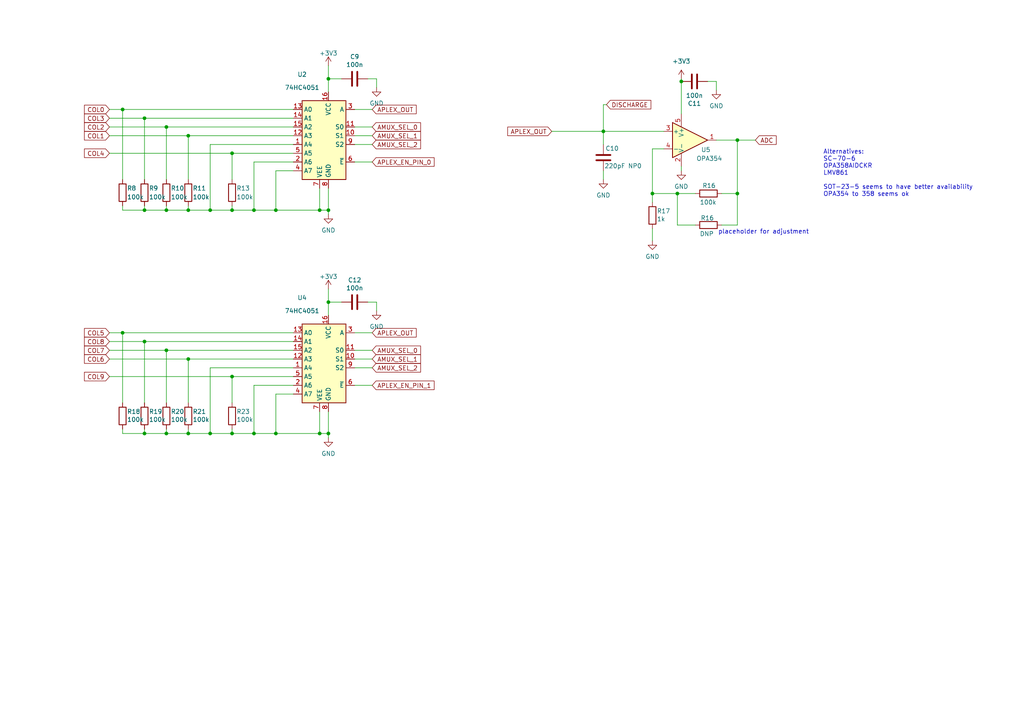
<source format=kicad_sch>
(kicad_sch (version 20230121) (generator eeschema)
  (paper "A4")
  (lib_symbols
    (symbol "74xx:74HC4051"
      (property "Reference" "U" (at -5.08 11.43 0))
      (property "Value" "74HC4051" (at -7.62 -13.97 0))
      (symbol "74HC4051_0_1"
        (rectangle (start -5.08 10.16) (end 7.62 -12.7) (stroke (width 0.254)) (fill (type background)))
      )
      (symbol "74HC4051_1_1"
        (pin passive line (at 10.16 -2.54 180) (length 2.54) (name "A4") (number "1"))
        (pin input line (at -7.62 0 0) (length 2.54) (name "S1") (number "10"))
        (pin input line (at -7.62 2.54 0) (length 2.54) (name "S0") (number "11"))
        (pin passive line (at 10.16 0 180) (length 2.54) (name "A3") (number "12"))
        (pin passive line (at 10.16 7.62 180) (length 2.54) (name "A0") (number "13"))
        (pin passive line (at 10.16 5.08 180) (length 2.54) (name "A1") (number "14"))
        (pin passive line (at 10.16 2.54 180) (length 2.54) (name "A2") (number "15"))
        (pin power_in line (at 0 12.7 270) (length 2.54) (name "VCC") (number "16"))
        (pin passive line (at 10.16 -7.62 180) (length 2.54) (name "A6") (number "2"))
        (pin passive line (at -7.62 7.62 0) (length 2.54) (name "A") (number "3"))
        (pin passive line (at 10.16 -10.16 180) (length 2.54) (name "A7") (number "4"))
        (pin passive line (at 10.16 -5.08 180) (length 2.54) (name "A5") (number "5"))
        (pin input line (at -7.62 -7.62 0) (length 2.54) (name "~{E}") (number "6"))
        (pin power_in line (at 2.54 -15.24 90) (length 2.54) (name "VEE") (number "7"))
        (pin power_in line (at 0 -15.24 90) (length 2.54) (name "GND") (number "8"))
        (pin input line (at -7.62 -2.54 0) (length 2.54) (name "S2") (number "9"))
      )
    )
    (symbol "Amplifier_Operational:OPA340NA" (pin_names (offset 0.127))
      (property "Reference" "U" (at -1.27 6.35 0))
      (property "Value" "OPA340NA" (at -1.27 3.81 0))
      (symbol "OPA340NA_0_1"
        (polyline (pts (xy -5.08 5.08) (xy 5.08 0) (xy -5.08 -5.08) (xy -5.08 5.08)) (stroke (width 0.254)) (fill (type background)))
        (pin power_in line (at -2.54 -7.62 90) (length 3.81) (name "V-") (number "2"))
        (pin power_in line (at -2.54 7.62 270) (length 3.81) (name "V+") (number "5"))
      )
      (symbol "OPA340NA_1_1"
        (pin output line (at 7.62 0 180) (length 2.54) (name "~") (number "1"))
        (pin input line (at -7.62 2.54 0) (length 2.54) (name "+") (number "3"))
        (pin input line (at -7.62 -2.54 0) (length 2.54) (name "-") (number "4"))
      )
    )
    (symbol "Device:C" (pin_numbers hide) (pin_names (offset 0.254))
      (property "Reference" "C" (at 0.635 2.54 0))
      (property "Value" "C" (at 0.635 -2.54 0))
      (symbol "C_0_1"
        (polyline (pts (xy -2.032 -0.762) (xy 2.032 -0.762)) (stroke (width 0.508)))
        (polyline (pts (xy -2.032 0.762) (xy 2.032 0.762)) (stroke (width 0.508)))
      )
      (symbol "C_1_1"
        (pin passive line (at 0 3.81 270) (length 2.794) (name "~") (number "1"))
        (pin passive line (at 0 -3.81 90) (length 2.794) (name "~") (number "2"))
      )
    )
    (symbol "Device:R" (pin_numbers hide) (pin_names (offset 0))
      (property "Reference" "R" (at 2.032 0 90))
      (property "Value" "R" (at 0 0 90))
      (symbol "R_0_1"
        (rectangle (start -1.016 -2.54) (end 1.016 2.54) (stroke (width 0.254)))
      )
      (symbol "R_1_1"
        (pin passive line (at 0 3.81 270) (length 1.27) (name "~") (number "1"))
        (pin passive line (at 0 -3.81 90) (length 1.27) (name "~") (number "2"))
      )
    )
    (symbol "power:+3.3V" (power) (pin_names (offset 0))
      (property "Value" "+3.3V" (at 0 3.556 0))
      (symbol "+3.3V_0_1"
        (polyline (pts (xy -0.762 1.27) (xy 0 2.54)))
        (polyline (pts (xy 0 0) (xy 0 2.54)))
        (polyline (pts (xy 0 2.54) (xy 0.762 1.27)))
      )
      (symbol "+3.3V_1_1"
        (pin power_in line (at 0 0 90) (length 0) hide (name "+3V3") (number "1"))
      )
    )
    (symbol "power:GND" (power) (pin_names (offset 0))
      (property "Value" "GND" (at 0 -3.81 0))
      (symbol "GND_0_1"
        (polyline (pts (xy 0 0) (xy 0 -1.27) (xy 1.27 -1.27) (xy 0 -2.54) (xy -1.27 -1.27) (xy 0 -1.27)))
      )
      (symbol "GND_1_1"
        (pin power_in line (at 0 0 270) (length 0) hide (name "GND") (number "1"))
      )
    )
  )
  (junction (at 41.91 34.29))
  (junction (at 60.96 125.73))
  (junction (at 213.868 56.134))
  (junction (at 54.61 60.96))
  (junction (at 92.71 60.96))
  (junction (at 95.25 22.86))
  (junction (at 95.25 60.96))
  (junction (at 35.56 31.75))
  (junction (at 80.01 125.73))
  (junction (at 95.25 125.73))
  (junction (at 41.91 60.96))
  (junction (at 213.868 40.64))
  (junction (at 73.66 125.73))
  (junction (at 67.31 44.45))
  (junction (at 54.61 104.14))
  (junction (at 48.26 125.73))
  (junction (at 41.91 99.06))
  (junction (at 80.01 60.96))
  (junction (at 95.25 87.63))
  (junction (at 196.469 56.134))
  (junction (at 175.006 38.1))
  (junction (at 67.31 125.73))
  (junction (at 48.26 101.6))
  (junction (at 189.23 56.134))
  (junction (at 41.91 125.73))
  (junction (at 54.61 39.37))
  (junction (at 92.71 125.73))
  (junction (at 48.26 36.83))
  (junction (at 48.26 60.96))
  (junction (at 35.56 96.52))
  (junction (at 67.31 60.96))
  (junction (at 54.61 125.73))
  (junction (at 67.31 109.22))
  (junction (at 197.612 23.622))
  (junction (at 73.66 60.96))
  (junction (at 60.96 60.96))
  (wire (pts (xy 99.06 87.63) (xy 95.25 87.63)))
  (wire (pts (xy 95.25 87.63) (xy 95.25 91.44)))
  (wire (pts (xy 175.006 30.353) (xy 175.895 30.353)))
  (wire (pts (xy 92.71 60.96) (xy 95.25 60.96)))
  (wire (pts (xy 189.23 43.18) (xy 192.532 43.18)))
  (wire (pts (xy 197.612 22.86) (xy 197.612 23.622)))
  (wire (pts (xy 73.66 125.73) (xy 80.01 125.73)))
  (wire (pts (xy 54.61 59.69) (xy 54.61 60.96)))
  (wire (pts (xy 92.71 54.61) (xy 92.71 60.96)))
  (wire (pts (xy 41.91 124.46) (xy 41.91 125.73)))
  (wire (pts (xy 209.296 56.134) (xy 213.868 56.134)))
  (wire (pts (xy 106.68 22.86) (xy 109.22 22.86)))
  (wire (pts (xy 175.006 49.53) (xy 175.006 52.07)))
  (wire (pts (xy 80.01 125.73) (xy 92.71 125.73)))
  (wire (pts (xy 107.95 111.76) (xy 102.87 111.76)))
  (wire (pts (xy 102.87 104.14) (xy 107.95 104.14)))
  (wire (pts (xy 41.91 59.69) (xy 41.91 60.96)))
  (wire (pts (xy 85.09 49.53) (xy 80.01 49.53)))
  (wire (pts (xy 107.95 46.99) (xy 102.87 46.99)))
  (wire (pts (xy 209.296 65.278) (xy 213.868 65.278)))
  (wire (pts (xy 99.06 22.86) (xy 95.25 22.86)))
  (wire (pts (xy 48.26 59.69) (xy 48.26 60.96)))
  (wire (pts (xy 73.66 111.76) (xy 73.66 125.73)))
  (wire (pts (xy 41.91 116.84) (xy 41.91 99.06)))
  (wire (pts (xy 102.87 41.91) (xy 107.95 41.91)))
  (wire (pts (xy 35.56 31.75) (xy 85.09 31.75)))
  (wire (pts (xy 95.25 19.05) (xy 95.25 22.86)))
  (wire (pts (xy 48.26 101.6) (xy 31.75 101.6)))
  (wire (pts (xy 196.469 65.278) (xy 201.676 65.278)))
  (wire (pts (xy 85.09 41.91) (xy 60.96 41.91)))
  (wire (pts (xy 102.87 101.6) (xy 107.95 101.6)))
  (wire (pts (xy 85.09 104.14) (xy 54.61 104.14)))
  (wire (pts (xy 85.09 36.83) (xy 48.26 36.83)))
  (wire (pts (xy 48.26 60.96) (xy 54.61 60.96)))
  (wire (pts (xy 54.61 124.46) (xy 54.61 125.73)))
  (wire (pts (xy 175.006 38.1) (xy 175.006 41.91)))
  (wire (pts (xy 60.96 60.96) (xy 67.31 60.96)))
  (wire (pts (xy 95.25 62.23) (xy 95.25 60.96)))
  (wire (pts (xy 35.56 96.52) (xy 85.09 96.52)))
  (wire (pts (xy 109.22 22.86) (xy 109.22 25.4)))
  (wire (pts (xy 41.91 34.29) (xy 31.75 34.29)))
  (wire (pts (xy 197.612 23.622) (xy 197.612 33.02)))
  (wire (pts (xy 54.61 39.37) (xy 54.61 52.07)))
  (wire (pts (xy 35.56 116.84) (xy 35.56 96.52)))
  (wire (pts (xy 67.31 109.22) (xy 31.75 109.22)))
  (wire (pts (xy 54.61 104.14) (xy 54.61 116.84)))
  (wire (pts (xy 35.56 59.69) (xy 35.56 60.96)))
  (wire (pts (xy 92.71 119.38) (xy 92.71 125.73)))
  (wire (pts (xy 41.91 125.73) (xy 48.26 125.73)))
  (wire (pts (xy 95.25 127) (xy 95.25 125.73)))
  (wire (pts (xy 60.96 41.91) (xy 60.96 60.96)))
  (wire (pts (xy 73.66 111.76) (xy 85.09 111.76)))
  (wire (pts (xy 54.61 125.73) (xy 60.96 125.73)))
  (wire (pts (xy 48.26 116.84) (xy 48.26 101.6)))
  (wire (pts (xy 92.71 125.73) (xy 95.25 125.73)))
  (wire (pts (xy 35.56 52.07) (xy 35.56 31.75)))
  (wire (pts (xy 95.25 119.38) (xy 95.25 125.73)))
  (wire (pts (xy 207.772 23.622) (xy 207.772 26.162)))
  (wire (pts (xy 67.31 125.73) (xy 73.66 125.73)))
  (wire (pts (xy 31.75 96.52) (xy 35.56 96.52)))
  (wire (pts (xy 73.66 46.99) (xy 85.09 46.99)))
  (wire (pts (xy 102.87 36.83) (xy 107.95 36.83)))
  (wire (pts (xy 107.95 96.52) (xy 102.87 96.52)))
  (wire (pts (xy 95.25 54.61) (xy 95.25 60.96)))
  (wire (pts (xy 213.868 40.64) (xy 207.772 40.64)))
  (wire (pts (xy 73.66 46.99) (xy 73.66 60.96)))
  (wire (pts (xy 109.22 87.63) (xy 109.22 90.17)))
  (wire (pts (xy 189.23 66.294) (xy 189.23 69.85)))
  (wire (pts (xy 85.09 39.37) (xy 54.61 39.37)))
  (wire (pts (xy 60.96 106.68) (xy 60.96 125.73)))
  (wire (pts (xy 95.25 83.82) (xy 95.25 87.63)))
  (wire (pts (xy 85.09 34.29) (xy 41.91 34.29)))
  (wire (pts (xy 48.26 124.46) (xy 48.26 125.73)))
  (wire (pts (xy 41.91 60.96) (xy 48.26 60.96)))
  (wire (pts (xy 67.31 44.45) (xy 31.75 44.45)))
  (wire (pts (xy 31.75 31.75) (xy 35.56 31.75)))
  (wire (pts (xy 106.68 87.63) (xy 109.22 87.63)))
  (wire (pts (xy 48.26 125.73) (xy 54.61 125.73)))
  (wire (pts (xy 54.61 60.96) (xy 60.96 60.96)))
  (wire (pts (xy 85.09 44.45) (xy 67.31 44.45)))
  (wire (pts (xy 67.31 60.96) (xy 73.66 60.96)))
  (wire (pts (xy 60.96 125.73) (xy 67.31 125.73)))
  (wire (pts (xy 35.56 60.96) (xy 41.91 60.96)))
  (wire (pts (xy 73.66 60.96) (xy 80.01 60.96)))
  (wire (pts (xy 41.91 99.06) (xy 31.75 99.06)))
  (wire (pts (xy 85.09 109.22) (xy 67.31 109.22)))
  (wire (pts (xy 35.56 124.46) (xy 35.56 125.73)))
  (wire (pts (xy 85.09 114.3) (xy 80.01 114.3)))
  (wire (pts (xy 107.95 31.75) (xy 102.87 31.75)))
  (wire (pts (xy 95.25 22.86) (xy 95.25 26.67)))
  (wire (pts (xy 48.26 36.83) (xy 31.75 36.83)))
  (wire (pts (xy 197.612 48.26) (xy 197.612 49.53)))
  (wire (pts (xy 213.868 40.64) (xy 213.868 56.134)))
  (wire (pts (xy 67.31 59.69) (xy 67.31 60.96)))
  (wire (pts (xy 54.61 104.14) (xy 31.75 104.14)))
  (wire (pts (xy 67.31 124.46) (xy 67.31 125.73)))
  (wire (pts (xy 196.469 56.134) (xy 201.676 56.134)))
  (wire (pts (xy 189.23 43.18) (xy 189.23 56.134)))
  (wire (pts (xy 85.09 101.6) (xy 48.26 101.6)))
  (wire (pts (xy 67.31 52.07) (xy 67.31 44.45)))
  (wire (pts (xy 80.01 49.53) (xy 80.01 60.96)))
  (wire (pts (xy 67.31 116.84) (xy 67.31 109.22)))
  (wire (pts (xy 35.56 125.73) (xy 41.91 125.73)))
  (wire (pts (xy 80.01 114.3) (xy 80.01 125.73)))
  (wire (pts (xy 85.09 106.68) (xy 60.96 106.68)))
  (wire (pts (xy 213.868 40.64) (xy 219.075 40.64)))
  (wire (pts (xy 80.01 60.96) (xy 92.71 60.96)))
  (wire (pts (xy 41.91 52.07) (xy 41.91 34.29)))
  (wire (pts (xy 102.87 106.68) (xy 107.95 106.68)))
  (wire (pts (xy 196.469 65.278) (xy 196.469 56.134)))
  (wire (pts (xy 160.02 38.1) (xy 175.006 38.1)))
  (wire (pts (xy 48.26 52.07) (xy 48.26 36.83)))
  (wire (pts (xy 175.006 38.1) (xy 192.532 38.1)))
  (wire (pts (xy 102.87 39.37) (xy 107.95 39.37)))
  (wire (pts (xy 175.006 30.353) (xy 175.006 38.1)))
  (wire (pts (xy 54.61 39.37) (xy 31.75 39.37)))
  (wire (pts (xy 189.23 56.134) (xy 189.23 58.674)))
  (wire (pts (xy 213.868 65.278) (xy 213.868 56.134)))
  (wire (pts (xy 85.09 99.06) (xy 41.91 99.06)))
  (wire (pts (xy 189.23 56.134) (xy 196.469 56.134)))
  (wire (pts (xy 205.232 23.622) (xy 207.772 23.622)))
  (text "placeholder for adjustment" (at 208.28 68.072 0) (effects (font (size 1.27 1.27)) (justify left bottom)))
  (text "Alternatives:\nSC-70-6  \nOPA358AIDCKR\nLMV861\n\nSOT-23-5 seems to have better availability\nOPA354 to 358 seems ok\n" (at 238.76 57.15 0) (effects (font (size 1.27 1.27)) (justify left bottom)))
  (global_label "DISCHARGE" (shape input) (at 175.895 30.353 0) (property "Intersheetrefs" "${INTERSHEET_REFS}" (effects hide)))
  (global_label "APLEX_EN_PIN_0" (shape input) (at 107.95 46.99 0) (property "Intersheetrefs" "${INTERSHEET_REFS}" (effects hide)))
  (global_label "COL7" (shape input) (at 31.75 101.6 180) (property "Intersheetrefs" "${INTERSHEET_REFS}" (effects hide)))
  (global_label "COL8" (shape input) (at 31.75 99.06 180) (property "Intersheetrefs" "${INTERSHEET_REFS}" (effects hide)))
  (global_label "COL3" (shape input) (at 31.75 34.29 180) (property "Intersheetrefs" "${INTERSHEET_REFS}" (effects hide)))
  (global_label "AMUX_SEL_1" (shape input) (at 107.95 104.14 0) (property "Intersheetrefs" "${INTERSHEET_REFS}" (effects hide)))
  (global_label "AMUX_SEL_2" (shape input) (at 107.95 41.91 0) (property "Intersheetrefs" "${INTERSHEET_REFS}" (effects hide)))
  (global_label "AMUX_SEL_0" (shape input) (at 107.95 36.83 0) (property "Intersheetrefs" "${INTERSHEET_REFS}" (effects hide)))
  (global_label "AMUX_SEL_1" (shape input) (at 107.95 39.37 0) (property "Intersheetrefs" "${INTERSHEET_REFS}" (effects hide)))
  (global_label "COL5" (shape input) (at 31.75 96.52 180) (property "Intersheetrefs" "${INTERSHEET_REFS}" (effects hide)))
  (global_label "COL1" (shape input) (at 31.75 39.37 180) (property "Intersheetrefs" "${INTERSHEET_REFS}" (effects hide)))
  (global_label "AMUX_SEL_0" (shape input) (at 107.95 101.6 0) (property "Intersheetrefs" "${INTERSHEET_REFS}" (effects hide)))
  (global_label "COL2" (shape input) (at 31.75 36.83 180) (property "Intersheetrefs" "${INTERSHEET_REFS}" (effects hide)))
  (global_label "COL9" (shape input) (at 31.75 109.22 180) (property "Intersheetrefs" "${INTERSHEET_REFS}" (effects hide)))
  (global_label "COL0" (shape input) (at 31.75 31.75 180) (property "Intersheetrefs" "${INTERSHEET_REFS}" (effects hide)))
  (global_label "COL4" (shape input) (at 31.75 44.45 180) (property "Intersheetrefs" "${INTERSHEET_REFS}" (effects hide)))
  (global_label "COL6" (shape input) (at 31.75 104.14 180) (property "Intersheetrefs" "${INTERSHEET_REFS}" (effects hide)))
  (global_label "ADC" (shape input) (at 219.075 40.64 0) (property "Intersheetrefs" "${INTERSHEET_REFS}" (effects hide)))
  (global_label "AMUX_SEL_2" (shape input) (at 107.95 106.68 0) (property "Intersheetrefs" "${INTERSHEET_REFS}" (effects hide)))
  (global_label "APLEX_OUT" (shape input) (at 107.95 96.52 0) (property "Intersheetrefs" "${INTERSHEET_REFS}" (effects hide)))
  (global_label "APLEX_OUT" (shape input) (at 160.02 38.1 180) (property "Intersheetrefs" "${INTERSHEET_REFS}" (effects hide)))
  (global_label "APLEX_OUT" (shape input) (at 107.95 31.75 0) (property "Intersheetrefs" "${INTERSHEET_REFS}" (effects hide)))
  (global_label "APLEX_EN_PIN_1" (shape input) (at 107.95 111.76 0) (property "Intersheetrefs" "${INTERSHEET_REFS}" (effects hide)))
  (symbol (lib_id "Device:C") (at 201.422 23.622 270) (mirror x) (unit 1)
    (property "Reference" "C11" (at 201.422 30.0228 90))
    (property "Value" "100n" (at 201.422 27.7114 90))
    (property "Footprint" "Capacitor_SMD:C_0402_1005Metric" (effects hide))
    (property "LCSC" "C307331" (effects hide))
    (instances (project "analog" (path "" (reference "C11") (unit 1))) (project "capybully" (path "" (reference "C12") (unit 1))) (project "le_capybara" (path "" (reference "C15") (unit 1))) (project "pandemonium EC" (path "" (reference "C29") (unit 1))) (project "EC60-Rev_1_1" (path "" (reference "C11") (unit 1))))
  )
  (symbol (lib_id "Device:C") (at 102.87 87.63 270) (unit 1)
    (property "Reference" "C12" (at 102.87 81.2292 90))
    (property "Value" "100n" (at 102.87 83.5406 90))
    (property "Footprint" "Capacitor_SMD:C_0402_1005Metric" (effects hide))
    (property "LCSC" "C307331" (effects hide))
    (instances (project "analog" (path "" (reference "C12") (unit 1))) (project "pandemonium EC" (path "" (reference "C32") (unit 1))))
  )
  (symbol (lib_id "Device:C") (at 102.87 22.86 270) (unit 1)
    (property "Reference" "C9" (at 102.87 16.4592 90))
    (property "Value" "100n" (at 102.87 18.7706 90))
    (property "Footprint" "Capacitor_SMD:C_0402_1005Metric" (effects hide))
    (property "LCSC" "C307331" (effects hide))
    (instances (project "analog" (path "" (reference "C9") (unit 1))) (project "pandemonium EC" (path "" (reference "C31") (unit 1))))
  )
  (symbol (lib_id "Device:R") (at 48.26 120.65 0) (unit 1)
    (property "Reference" "R20" (at 49.53 119.38 0) (effects (justify left)))
    (property "Value" "100k" (at 49.53 121.6914 0) (effects (justify left)))
    (property "Footprint" "Resistor_SMD:R_0402_1005Metric" (effects hide))
    (property "LCSC" "C25741" (effects hide))
    (instances (project "analog" (path "" (reference "R20") (unit 1))) (project "pandemonium EC" (path "" (reference "R26") (unit 1))))
  )
  (symbol (lib_id "power:GND") (at 197.612 49.53 0) (unit 1)
    (property "Reference" "#PWR041" (effects hide))
    (property "Value" "GND" (at 197.612 54.0925 0))
    (instances (project "analog" (path "" (reference "#PWR041") (unit 1))) (project "capybully" (path "" (reference "#PWR019") (unit 1))) (project "le_capybara" (path "" (reference "#PWR028") (unit 1))) (project "pandemonium EC" (path "" (reference "#PWR035") (unit 1))) (project "EC60-Rev_1_1" (path "" (reference "#PWR041") (unit 1))))
  )
  (symbol (lib_id "power:GND") (at 109.22 90.17 0) (unit 1)
    (property "Reference" "#PWR040" (effects hide))
    (property "Value" "GND" (at 109.22 94.7325 0))
    (instances (project "analog" (path "" (reference "#PWR040") (unit 1))) (project "pandemonium EC" (path "" (reference "#PWR042") (unit 1))))
  )
  (symbol (lib_id "74xx:74HC4051") (at 95.25 39.37 0) (mirror y) (unit 1)
    (property "Reference" "U2" (at 87.63 21.59 0))
    (property "Value" "74HC4051" (at 87.63 25.4 0))
    (property "Footprint" "cipulot_parts:TSSOP16" (effects hide))
    (property "Datasheet" "http://www.ti.com/lit/ds/symlink/cd74hc4051.pdf" (effects hide))
    (property "LCSC" "C5645" (effects hide))
    (instances (project "analog" (path "" (reference "U2") (unit 1))) (project "pandemonium EC" (path "" (reference "U6") (unit 1))))
  )
  (symbol (lib_id "74xx:74HC4051") (at 95.25 104.14 0) (mirror y) (unit 1)
    (property "Reference" "U4" (at 87.63 86.36 0))
    (property "Value" "74HC4051" (at 87.63 90.17 0))
    (property "Footprint" "cipulot_parts:TSSOP16" (effects hide))
    (property "Datasheet" "http://www.ti.com/lit/ds/symlink/cd74hc4051.pdf" (effects hide))
    (property "LCSC" "C5645" (effects hide))
    (instances (project "analog" (path "" (reference "U4") (unit 1))) (project "pandemonium EC" (path "" (reference "U7") (unit 1))))
  )
  (symbol (lib_id "power:+3.3V") (at 197.612 22.86 0) (unit 1)
    (property "Reference" "#PWR042" (effects hide))
    (property "Value" "+3.3V" (at 197.612 17.78 0))
    (instances (project "analog" (path "" (reference "#PWR042") (unit 1))) (project "capybully" (path "" (reference "#PWR017") (unit 1))) (project "le_capybara" (path "" (reference "#PWR033") (unit 1))) (project "pandemonium EC" (path "" (reference "#PWR01") (unit 1))) (project "EC60-Rev_1_1" (path "" (reference "#PWR042") (unit 1))))
  )
  (symbol (lib_id "Device:R") (at 67.31 55.88 0) (unit 1)
    (property "Reference" "R13" (at 68.58 54.61 0) (effects (justify left)))
    (property "Value" "100k" (at 68.58 57.15 0) (effects (justify left)))
    (property "Footprint" "Resistor_SMD:R_0402_1005Metric" (effects hide))
    (property "LCSC" "C25741" (effects hide))
    (instances (project "analog" (path "" (reference "R13") (unit 1))) (project "pandemonium EC" (path "" (reference "R21") (unit 1))))
  )
  (symbol (lib_id "power:GND") (at 109.22 25.4 0) (unit 1)
    (property "Reference" "#PWR034" (effects hide))
    (property "Value" "GND" (at 109.22 29.9625 0))
    (instances (project "analog" (path "" (reference "#PWR034") (unit 1))) (project "pandemonium EC" (path "" (reference "#PWR039") (unit 1))))
  )
  (symbol (lib_id "power:GND") (at 175.006 52.07 0) (unit 1)
    (property "Reference" "#PWR037" (effects hide))
    (property "Value" "GND" (at 175.006 56.6325 0))
    (instances (project "analog" (path "" (reference "#PWR037") (unit 1))) (project "capybully" (path "" (reference "#PWR020") (unit 1))) (project "le_capybara" (path "" (reference "#PWR029") (unit 1))) (project "pandemonium EC" (path "" (reference "#PWR036") (unit 1))) (project "EC60-Rev_1_1" (path "" (reference "#PWR037") (unit 1))))
  )
  (symbol (lib_id "Device:R") (at 35.56 55.88 0) (unit 1)
    (property "Reference" "R8" (at 36.83 54.61 0) (effects (justify left)))
    (property "Value" "100k" (at 36.83 57.15 0) (effects (justify left)))
    (property "Footprint" "Resistor_SMD:R_0402_1005Metric" (effects hide))
    (property "LCSC" "C25741" (effects hide))
    (instances (project "analog" (path "" (reference "R8") (unit 1))) (project "pandemonium EC" (path "" (reference "R16") (unit 1))))
  )
  (symbol (lib_id "power:GND") (at 207.772 26.162 0) (unit 1)
    (property "Reference" "#PWR039" (effects hide))
    (property "Value" "GND" (at 207.772 30.7245 0))
    (instances (project "analog" (path "" (reference "#PWR039") (unit 1))) (project "capybully" (path "" (reference "#PWR018") (unit 1))) (project "le_capybara" (path "" (reference "#PWR030") (unit 1))) (project "pandemonium EC" (path "" (reference "#PWR02") (unit 1))) (project "EC60-Rev_1_1" (path "" (reference "#PWR039") (unit 1))))
  )
  (symbol (lib_id "Device:R") (at 54.61 120.65 0) (unit 1)
    (property "Reference" "R21" (at 55.88 119.38 0) (effects (justify left)))
    (property "Value" "100k" (at 55.88 121.6914 0) (effects (justify left)))
    (property "Footprint" "Resistor_SMD:R_0402_1005Metric" (effects hide))
    (property "LCSC" "C25741" (effects hide))
    (instances (project "analog" (path "" (reference "R21") (unit 1))) (project "pandemonium EC" (path "" (reference "R27") (unit 1))))
  )
  (symbol (lib_id "Device:R") (at 205.486 65.278 270) (unit 1) (in_bom no)
    (property "Reference" "R16" (at 203.2 63.246 90) (effects (justify left)))
    (property "Value" "DNP" (at 202.946 67.818 90) (effects (justify left)))
    (property "Footprint" "Resistor_SMD:R_0402_1005Metric" (effects hide))
    (instances (project "analog" (path "" (reference "R16") (unit 1))) (project "capybully" (path "" (reference "R17") (unit 1))) (project "le_capybara" (path "" (reference "R18") (unit 1))) (project "pandemonium EC" (path "" (reference "R15") (unit 1))) (project "EC60-Rev_1_1" (path "" (reference "R16") (unit 1))))
  )
  (symbol (lib_id "power:GND") (at 95.25 62.23 0) (unit 1)
    (property "Reference" "#PWR036" (effects hide))
    (property "Value" "GND" (at 95.25 66.7925 0))
    (instances (project "analog" (path "" (reference "#PWR036") (unit 1))) (project "pandemonium EC" (path "" (reference "#PWR040") (unit 1))))
  )
  (symbol (lib_id "Device:R") (at 205.486 56.134 270) (unit 1)
    (property "Reference" "R16" (at 203.708 53.848 90) (effects (justify left)))
    (property "Value" "100k" (at 202.946 58.674 90) (effects (justify left)))
    (property "Footprint" "Resistor_SMD:R_0402_1005Metric" (effects hide))
    (property "LCSC" "C25741" (effects hide))
    (instances (project "analog" (path "" (reference "R16") (unit 1))) (project "capybully" (path "" (reference "R15") (unit 1))) (project "le_capybara" (path "" (reference "R6") (unit 1))) (project "pandemonium EC" (path "" (reference "R13") (unit 1))) (project "EC60-Rev_1_1" (path "" (reference "R16") (unit 1))))
  )
  (symbol (lib_id "Device:R") (at 54.61 55.88 0) (unit 1)
    (property "Reference" "R11" (at 55.88 54.61 0) (effects (justify left)))
    (property "Value" "100k" (at 55.88 57.15 0) (effects (justify left)))
    (property "Footprint" "Resistor_SMD:R_0402_1005Metric" (effects hide))
    (property "LCSC" "C25741" (effects hide))
    (instances (project "analog" (path "" (reference "R11") (unit 1))) (project "pandemonium EC" (path "" (reference "R19") (unit 1))))
  )
  (symbol (lib_id "power:+3.3V") (at 95.25 83.82 0) (unit 1)
    (property "Reference" "#PWR038" (effects hide))
    (property "Value" "+3.3V" (at 95.25 80.2155 0))
    (instances (project "analog" (path "" (reference "#PWR038") (unit 1))) (project "pandemonium EC" (path "" (reference "#PWR041") (unit 1))))
  )
  (symbol (lib_id "Device:R") (at 35.56 120.65 0) (unit 1)
    (property "Reference" "R18" (at 36.83 119.38 0) (effects (justify left)))
    (property "Value" "100k" (at 36.83 121.6914 0) (effects (justify left)))
    (property "Footprint" "Resistor_SMD:R_0402_1005Metric" (effects hide))
    (property "LCSC" "C25741" (effects hide))
    (instances (project "analog" (path "" (reference "R18") (unit 1))) (project "pandemonium EC" (path "" (reference "R24") (unit 1))))
  )
  (symbol (lib_id "Device:R") (at 189.23 62.484 0) (unit 1)
    (property "Reference" "R17" (at 190.5 61.214 0) (effects (justify left)))
    (property "Value" "1k" (at 190.5 63.5254 0) (effects (justify left)))
    (property "Footprint" "Resistor_SMD:R_0402_1005Metric" (effects hide))
    (property "LCSC" "C11702" (effects hide))
    (instances (project "analog" (path "" (reference "R17") (unit 1))) (project "capybully" (path "" (reference "R16") (unit 1))) (project "le_capybara" (path "" (reference "R15") (unit 1))) (project "pandemonium EC" (path "" (reference "R14") (unit 1))) (project "EC60-Rev_1_1" (path "" (reference "R17") (unit 1))))
  )
  (symbol (lib_id "power:GND") (at 189.23 69.85 0) (unit 1)
    (property "Reference" "#PWR041" (effects hide))
    (property "Value" "GND" (at 189.23 74.4125 0))
    (instances (project "analog" (path "" (reference "#PWR041") (unit 1))) (project "capybully" (path "" (reference "#PWR023") (unit 1))) (project "le_capybara" (path "" (reference "#PWR032") (unit 1))) (project "pandemonium EC" (path "" (reference "#PWR037") (unit 1))) (project "EC60-Rev_1_1" (path "" (reference "#PWR041") (unit 1))))
  )
  (symbol (lib_id "Device:C") (at 175.006 45.72 0) (unit 1)
    (property "Reference" "C10" (at 177.546 43.053 0))
    (property "Value" "220pF NP0" (at 180.721 48.133 0))
    (property "Footprint" "Capacitor_SMD:C_0402_1005Metric" (effects hide))
    (property "LCSC" "C1530" (effects hide))
    (instances (project "analog" (path "" (reference "C10") (unit 1))) (project "capybully" (path "" (reference "C13") (unit 1))) (project "le_capybara" (path "" (reference "C14") (unit 1))) (project "pandemonium EC" (path "" (reference "C30") (unit 1))) (project "EC60-Rev_1_1" (path "" (reference "C10") (unit 1))))
  )
  (symbol (lib_id "Device:R") (at 41.91 55.88 0) (unit 1)
    (property "Reference" "R9" (at 43.18 54.61 0) (effects (justify left)))
    (property "Value" "100k" (at 43.18 57.15 0) (effects (justify left)))
    (property "Footprint" "Resistor_SMD:R_0402_1005Metric" (effects hide))
    (property "LCSC" "C25741" (effects hide))
    (instances (project "analog" (path "" (reference "R9") (unit 1))) (project "pandemonium EC" (path "" (reference "R17") (unit 1))))
  )
  (symbol (lib_id "Device:R") (at 41.91 120.65 0) (unit 1)
    (property "Reference" "R19" (at 43.18 119.38 0) (effects (justify left)))
    (property "Value" "100k" (at 43.18 121.6914 0) (effects (justify left)))
    (property "Footprint" "Resistor_SMD:R_0402_1005Metric" (effects hide))
    (property "LCSC" "C25741" (effects hide))
    (instances (project "analog" (path "" (reference "R19") (unit 1))) (project "pandemonium EC" (path "" (reference "R25") (unit 1))))
  )
  (symbol (lib_id "Device:R") (at 48.26 55.88 0) (unit 1)
    (property "Reference" "R10" (at 49.53 54.61 0) (effects (justify left)))
    (property "Value" "100k" (at 49.53 57.15 0) (effects (justify left)))
    (property "Footprint" "Resistor_SMD:R_0402_1005Metric" (effects hide))
    (property "LCSC" "C25741" (effects hide))
    (instances (project "analog" (path "" (reference "R10") (unit 1))) (project "pandemonium EC" (path "" (reference "R18") (unit 1))))
  )
  (symbol (lib_id "Amplifier_Operational:OPA340NA") (at 200.152 40.64 0) (unit 1)
    (property "Reference" "U5" (at 204.724 43.434 0))
    (property "Value" "OPA354" (at 205.74 45.974 0))
    (property "Footprint" "Package_TO_SOT_SMD:SOT-23-5" (effects hide))
    (property "Datasheet" "https://www.ti.com/general/docs/suppproductinfo.tsp?distId=10&gotoUrl=https%3A%2F%2Fwww.ti.com%2Flit%2Fgpn%2Fopa356" (effects hide))
  )
  (symbol (lib_id "power:GND") (at 95.25 127 0) (unit 1)
    (property "Reference" "#PWR043" (effects hide))
    (property "Value" "GND" (at 95.25 131.5625 0))
  )
  (symbol (lib_id "power:+3.3V") (at 95.25 19.05 0) (unit 1)
    (property "Reference" "#PWR033" (effects hide))
    (property "Value" "+3.3V" (at 95.25 15.4455 0))
    (instances (project "analog" (path "" (reference "#PWR033") (unit 1))) (project "pandemonium EC" (path "" (reference "#PWR038") (unit 1))))
  )
  (symbol (lib_id "Device:R") (at 67.31 120.65 0) (unit 1)
    (property "Reference" "R23" (at 68.58 119.38 0) (effects (justify left)))
    (property "Value" "100k" (at 68.58 121.6914 0) (effects (justify left)))
    (property "Footprint" "Resistor_SMD:R_0402_1005Metric" (effects hide))
    (property "LCSC" "C25741" (effects hide))
    (instances (project "analog" (path "" (reference "R23") (unit 1))) (project "pandemonium EC" (path "" (reference "R28") (unit 1))))
  )
)
</source>
